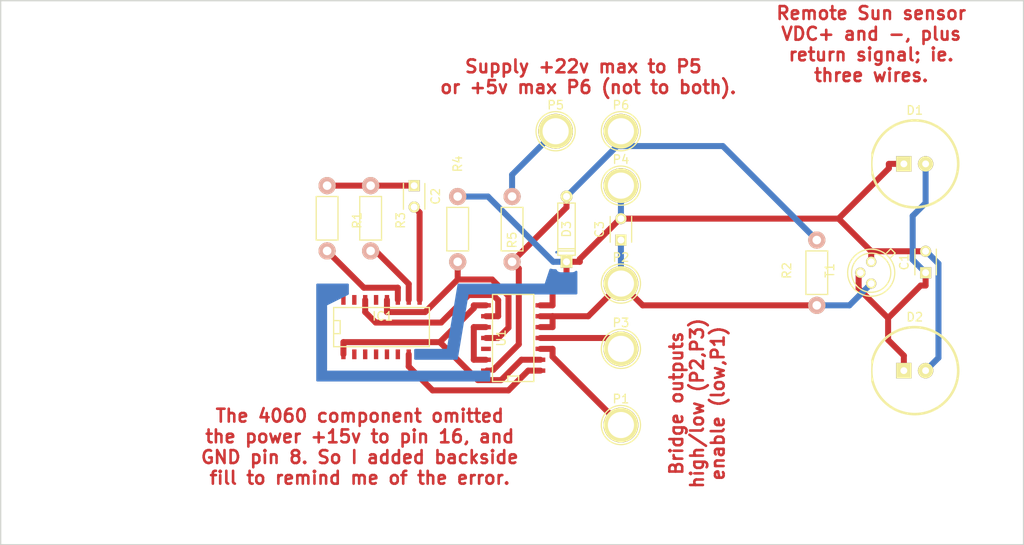
<source format=kicad_pcb>
(kicad_pcb (version 4) (host pcbnew 4.0.2-stable)

  (general
    (links 35)
    (no_connects 0)
    (area 132.004999 57.074999 251.535001 120.725001)
    (thickness 1.6)
    (drawings 14)
    (tracks 110)
    (zones 0)
    (modules 20)
    (nets 17)
  )

  (page A4)
  (layers
    (0 F.Cu signal)
    (31 B.Cu signal)
    (32 B.Adhes user)
    (33 F.Adhes user)
    (34 B.Paste user)
    (35 F.Paste user)
    (36 B.SilkS user)
    (37 F.SilkS user)
    (38 B.Mask user)
    (39 F.Mask user)
    (40 Dwgs.User user)
    (41 Cmts.User user)
    (42 Eco1.User user)
    (43 Eco2.User user)
    (44 Edge.Cuts user)
    (45 Margin user)
    (46 B.CrtYd user)
    (47 F.CrtYd user)
    (48 B.Fab user)
    (49 F.Fab user)
  )

  (setup
    (last_trace_width 0.7)
    (trace_clearance 0.5)
    (zone_clearance 0.508)
    (zone_45_only no)
    (trace_min 0.2)
    (segment_width 0.2)
    (edge_width 0.15)
    (via_size 0.6)
    (via_drill 0.4)
    (via_min_size 0.4)
    (via_min_drill 0.3)
    (uvia_size 0.3)
    (uvia_drill 0.1)
    (uvias_allowed no)
    (uvia_min_size 0.2)
    (uvia_min_drill 0.1)
    (pcb_text_width 0.3)
    (pcb_text_size 1.5 1.5)
    (mod_edge_width 0.15)
    (mod_text_size 1 1)
    (mod_text_width 0.15)
    (pad_size 9.4 10.8)
    (pad_drill 0)
    (pad_to_mask_clearance 0.2)
    (aux_axis_origin 0 0)
    (grid_origin 132.08 120.65)
    (visible_elements 7FFFFFFF)
    (pcbplotparams
      (layerselection 0x00030_80000001)
      (usegerberextensions false)
      (excludeedgelayer true)
      (linewidth 0.100000)
      (plotframeref false)
      (viasonmask false)
      (mode 1)
      (useauxorigin false)
      (hpglpennumber 1)
      (hpglpenspeed 20)
      (hpglpendiameter 15)
      (hpglpenoverlay 2)
      (psnegative false)
      (psa4output false)
      (plotreference true)
      (plotvalue true)
      (plotinvisibletext false)
      (padsonsilk false)
      (subtractmaskfromsilk false)
      (outputformat 1)
      (mirror false)
      (drillshape 1)
      (scaleselection 1)
      (outputdirectory ""))
  )

  (net 0 "")
  (net 1 "Net-(C1-Pad1)")
  (net 2 GND)
  (net 3 "Net-(C2-Pad1)")
  (net 4 "Net-(C2-Pad2)")
  (net 5 "Net-(IC1-Pad1)")
  (net 6 "Net-(IC1-Pad7)")
  (net 7 "Net-(IC1-Pad10)")
  (net 8 "Net-(IC1-Pad11)")
  (net 9 "Net-(IC1-Pad12)")
  (net 10 "Net-(IC1-Pad14)")
  (net 11 "Net-(U1-Pad10)")
  (net 12 VDD)
  (net 13 "Net-(P1-Pad1)")
  (net 14 "Net-(P3-Pad1)")
  (net 15 "Net-(P5-Pad1)")
  (net 16 "Net-(C3-Pad1)")

  (net_class Default "This is the default net class."
    (clearance 0.5)
    (trace_width 0.7)
    (via_dia 0.6)
    (via_drill 0.4)
    (uvia_dia 0.3)
    (uvia_drill 0.1)
    (add_net GND)
    (add_net "Net-(C1-Pad1)")
    (add_net "Net-(C2-Pad1)")
    (add_net "Net-(C2-Pad2)")
    (add_net "Net-(C3-Pad1)")
    (add_net "Net-(IC1-Pad1)")
    (add_net "Net-(IC1-Pad10)")
    (add_net "Net-(IC1-Pad11)")
    (add_net "Net-(IC1-Pad12)")
    (add_net "Net-(IC1-Pad14)")
    (add_net "Net-(IC1-Pad7)")
    (add_net "Net-(P1-Pad1)")
    (add_net "Net-(P3-Pad1)")
    (add_net "Net-(P5-Pad1)")
    (add_net "Net-(U1-Pad10)")
    (add_net VDD)
  )

  (module Connect:1pin (layer F.Cu) (tedit 0) (tstamp 57B4005A)
    (at 196.85 72.39)
    (descr "module 1 pin (ou trou mecanique de percage)")
    (tags DEV)
    (path /579E9F29)
    (fp_text reference P5 (at 0 -3.048) (layer F.SilkS)
      (effects (font (size 1 1) (thickness 0.15)))
    )
    (fp_text value CONN_01X01 (at 0 2.794) (layer F.Fab)
      (effects (font (size 1 1) (thickness 0.15)))
    )
    (fp_circle (center 0 0) (end 0 -2.286) (layer F.SilkS) (width 0.15))
    (pad 1 thru_hole circle (at 0 0) (size 4.064 4.064) (drill 3.048) (layers *.Cu *.Mask F.SilkS)
      (net 15 "Net-(P5-Pad1)"))
  )

  (module Capacitors_ThroughHole:C_Disc_D3_P2.5 (layer F.Cu) (tedit 579EC423) (tstamp 57A1601D)
    (at 180.34 78.74 270)
    (descr "Capacitor 3mm Disc, Pitch 2.5mm")
    (tags Capacitor)
    (path /579C582E)
    (fp_text reference C2 (at 1.25 -2.5 270) (layer F.SilkS)
      (effects (font (size 1 1) (thickness 0.15)))
    )
    (fp_text value .1uf (at -2.54 0 360) (layer F.Fab)
      (effects (font (size 1 1) (thickness 0.15)))
    )
    (fp_line (start -0.9 -1.5) (end 3.4 -1.5) (layer F.CrtYd) (width 0.05))
    (fp_line (start 3.4 -1.5) (end 3.4 1.5) (layer F.CrtYd) (width 0.05))
    (fp_line (start 3.4 1.5) (end -0.9 1.5) (layer F.CrtYd) (width 0.05))
    (fp_line (start -0.9 1.5) (end -0.9 -1.5) (layer F.CrtYd) (width 0.05))
    (fp_line (start -0.25 -1.25) (end 2.75 -1.25) (layer F.SilkS) (width 0.15))
    (fp_line (start 2.75 1.25) (end -0.25 1.25) (layer F.SilkS) (width 0.15))
    (pad 1 thru_hole rect (at 0 0 270) (size 1.3 1.3) (drill 0.8) (layers *.Cu *.Mask F.SilkS)
      (net 3 "Net-(C2-Pad1)"))
    (pad 2 thru_hole circle (at 2.5 0 270) (size 1.3 1.3) (drill 0.8001) (layers *.Cu *.Mask F.SilkS)
      (net 4 "Net-(C2-Pad2)"))
    (model Capacitors_ThroughHole.3dshapes/C_Disc_D3_P2.5.wrl
      (at (xyz 0.0492126 0 0))
      (scale (xyz 1 1 1))
      (rotate (xyz 0 0 0))
    )
  )

  (module LEDs:LED-10MM (layer F.Cu) (tedit 55BDE3C5) (tstamp 57A16023)
    (at 237.49 76.2)
    (descr "LED 10mm - Lead pitch 100mil (2,54mm)")
    (tags "LED led 10mm 10MM 100mil 2.54mm")
    (path /579C46AD)
    (fp_text reference D1 (at 1.27 -6.25) (layer F.SilkS)
      (effects (font (size 1 1) (thickness 0.15)))
    )
    (fp_text value LED (at 1.5 6.1) (layer F.Fab)
      (effects (font (size 1 1) (thickness 0.15)))
    )
    (fp_line (start -4 -1.25) (end -4 1.25) (layer F.CrtYd) (width 0.05))
    (fp_arc (start 1.25 0) (end -4 -1.25) (angle 332.9) (layer F.CrtYd) (width 0.05))
    (fp_line (start -3.73 -1.23) (end -3.73 1.23) (layer F.SilkS) (width 0.15))
    (fp_arc (start 1.27 0) (end -3.73 -1.23) (angle 332.2) (layer F.SilkS) (width 0.15))
    (fp_circle (center 1.27 0) (end 1.27 5) (layer F.SilkS) (width 0.15))
    (pad 2 thru_hole circle (at 2.54 0 180) (size 1.8 1.8) (drill 0.8) (layers *.Cu *.Mask F.SilkS)
      (net 1 "Net-(C1-Pad1)"))
    (pad 1 thru_hole rect (at 0 0 180) (size 1.8 1.8) (drill 0.8) (layers *.Cu *.Mask F.SilkS)
      (net 2 GND))
    (model LEDs.3dshapes/LED-10MM.wrl
      (at (xyz 0 0 0))
      (scale (xyz 1 1 1))
      (rotate (xyz 0 0 0))
    )
  )

  (module LEDs:LED-10MM (layer F.Cu) (tedit 55BDE3C5) (tstamp 57A16029)
    (at 237.49 100.33)
    (descr "LED 10mm - Lead pitch 100mil (2,54mm)")
    (tags "LED led 10mm 10MM 100mil 2.54mm")
    (path /579C46F9)
    (fp_text reference D2 (at 1.27 -6.25) (layer F.SilkS)
      (effects (font (size 1 1) (thickness 0.15)))
    )
    (fp_text value LED (at 1.5 6.1) (layer F.Fab)
      (effects (font (size 1 1) (thickness 0.15)))
    )
    (fp_line (start -4 -1.25) (end -4 1.25) (layer F.CrtYd) (width 0.05))
    (fp_arc (start 1.25 0) (end -4 -1.25) (angle 332.9) (layer F.CrtYd) (width 0.05))
    (fp_line (start -3.73 -1.23) (end -3.73 1.23) (layer F.SilkS) (width 0.15))
    (fp_arc (start 1.27 0) (end -3.73 -1.23) (angle 332.2) (layer F.SilkS) (width 0.15))
    (fp_circle (center 1.27 0) (end 1.27 5) (layer F.SilkS) (width 0.15))
    (pad 2 thru_hole circle (at 2.54 0 180) (size 1.8 1.8) (drill 0.8) (layers *.Cu *.Mask F.SilkS)
      (net 2 GND))
    (pad 1 thru_hole rect (at 0 0 180) (size 1.8 1.8) (drill 0.8) (layers *.Cu *.Mask F.SilkS)
      (net 1 "Net-(C1-Pad1)"))
    (model LEDs.3dshapes/LED-10MM.wrl
      (at (xyz 0 0 0))
      (scale (xyz 1 1 1))
      (rotate (xyz 0 0 0))
    )
  )

  (module Discret:D3 (layer F.Cu) (tedit 579EC43F) (tstamp 57A1602F)
    (at 198.12 83.82 270)
    (descr "Diode 3 pas")
    (tags "DIODE DEV")
    (path /579C4149)
    (fp_text reference D3 (at 0 0 270) (layer F.SilkS)
      (effects (font (size 1 1) (thickness 0.15)))
    )
    (fp_text value "ZENER 5v IN4625" (at -1.27 2.54 270) (layer F.Fab)
      (effects (font (size 1 1) (thickness 0.15)))
    )
    (fp_line (start 3.81 0) (end 3.048 0) (layer F.SilkS) (width 0.15))
    (fp_line (start 3.048 0) (end 3.048 -1.016) (layer F.SilkS) (width 0.15))
    (fp_line (start 3.048 -1.016) (end -3.048 -1.016) (layer F.SilkS) (width 0.15))
    (fp_line (start -3.048 -1.016) (end -3.048 0) (layer F.SilkS) (width 0.15))
    (fp_line (start -3.048 0) (end -3.81 0) (layer F.SilkS) (width 0.15))
    (fp_line (start -3.048 0) (end -3.048 1.016) (layer F.SilkS) (width 0.15))
    (fp_line (start -3.048 1.016) (end 3.048 1.016) (layer F.SilkS) (width 0.15))
    (fp_line (start 3.048 1.016) (end 3.048 0) (layer F.SilkS) (width 0.15))
    (fp_line (start 2.54 -1.016) (end 2.54 1.016) (layer F.SilkS) (width 0.15))
    (fp_line (start 2.286 1.016) (end 2.286 -1.016) (layer F.SilkS) (width 0.15))
    (pad 1 thru_hole rect (at 3.81 0 270) (size 1.397 1.397) (drill 0.8128) (layers *.Cu *.Mask F.SilkS)
      (net 2 GND))
    (pad 2 thru_hole circle (at -3.81 0 270) (size 1.397 1.397) (drill 0.8128) (layers *.Cu *.Mask F.SilkS)
      (net 12 VDD))
    (model Discret.3dshapes/D3.wrl
      (at (xyz 0 0 0))
      (scale (xyz 0.3 0.3 0.3))
      (rotate (xyz 0 0 0))
    )
  )

  (module Resistors_ThroughHole:Resistor_Horizontal_RM7mm (layer F.Cu) (tedit 579EC417) (tstamp 57A1624B)
    (at 170.18 78.74 270)
    (descr "Resistor, Axial,  RM 7.62mm, 1/3W,")
    (tags "Resistor Axial RM 7.62mm 1/3W R3")
    (path /579C560C)
    (fp_text reference R1 (at 4.05892 -3.50012 270) (layer F.SilkS)
      (effects (font (size 1 1) (thickness 0.15)))
    )
    (fp_text value 470K (at 3.81 0 270) (layer F.Fab)
      (effects (font (size 1 1) (thickness 0.15)))
    )
    (fp_line (start -1.25 -1.5) (end 8.85 -1.5) (layer F.CrtYd) (width 0.05))
    (fp_line (start -1.25 1.5) (end -1.25 -1.5) (layer F.CrtYd) (width 0.05))
    (fp_line (start 8.85 -1.5) (end 8.85 1.5) (layer F.CrtYd) (width 0.05))
    (fp_line (start -1.25 1.5) (end 8.85 1.5) (layer F.CrtYd) (width 0.05))
    (fp_line (start 1.27 -1.27) (end 6.35 -1.27) (layer F.SilkS) (width 0.15))
    (fp_line (start 6.35 -1.27) (end 6.35 1.27) (layer F.SilkS) (width 0.15))
    (fp_line (start 6.35 1.27) (end 1.27 1.27) (layer F.SilkS) (width 0.15))
    (fp_line (start 1.27 1.27) (end 1.27 -1.27) (layer F.SilkS) (width 0.15))
    (pad 1 thru_hole circle (at 0 0 270) (size 1.99898 1.99898) (drill 1.00076) (layers *.Cu *.SilkS *.Mask)
      (net 3 "Net-(C2-Pad1)"))
    (pad 2 thru_hole circle (at 7.62 0 270) (size 1.99898 1.99898) (drill 1.00076) (layers *.Cu *.SilkS *.Mask)
      (net 8 "Net-(IC1-Pad11)"))
  )

  (module Resistors_ThroughHole:Resistor_Horizontal_RM7mm (layer F.Cu) (tedit 579EC4B9) (tstamp 57A16250)
    (at 191.77 80.01 270)
    (descr "Resistor, Axial,  RM 7.62mm, 1/3W,")
    (tags "Resistor Axial RM 7.62mm 1/3W R3")
    (path /579C3B3A)
    (fp_text reference R5 (at 5.08 0 270) (layer F.SilkS)
      (effects (font (size 1 1) (thickness 0.15)))
    )
    (fp_text value "330 ohm 1/2 watt" (at -3.81 2.54 270) (layer F.Fab)
      (effects (font (size 1 1) (thickness 0.15)))
    )
    (fp_line (start -1.25 -1.5) (end 8.85 -1.5) (layer F.CrtYd) (width 0.05))
    (fp_line (start -1.25 1.5) (end -1.25 -1.5) (layer F.CrtYd) (width 0.05))
    (fp_line (start 8.85 -1.5) (end 8.85 1.5) (layer F.CrtYd) (width 0.05))
    (fp_line (start -1.25 1.5) (end 8.85 1.5) (layer F.CrtYd) (width 0.05))
    (fp_line (start 1.27 -1.27) (end 6.35 -1.27) (layer F.SilkS) (width 0.15))
    (fp_line (start 6.35 -1.27) (end 6.35 1.27) (layer F.SilkS) (width 0.15))
    (fp_line (start 6.35 1.27) (end 1.27 1.27) (layer F.SilkS) (width 0.15))
    (fp_line (start 1.27 1.27) (end 1.27 -1.27) (layer F.SilkS) (width 0.15))
    (pad 1 thru_hole circle (at 0 0 270) (size 1.99898 1.99898) (drill 1.00076) (layers *.Cu *.SilkS *.Mask)
      (net 15 "Net-(P5-Pad1)"))
    (pad 2 thru_hole circle (at 7.62 0 270) (size 1.99898 1.99898) (drill 1.00076) (layers *.Cu *.SilkS *.Mask)
      (net 12 VDD))
  )

  (module SMD_Packages:SOIC-14_N (layer F.Cu) (tedit 0) (tstamp 57A16600)
    (at 191.77 96.52 90)
    (descr "Module CMS SOJ 14 pins Large")
    (tags "CMS SOJ")
    (path /579E5DD6)
    (attr smd)
    (fp_text reference U1 (at 0 -1.27 90) (layer F.SilkS)
      (effects (font (size 1 1) (thickness 0.15)))
    )
    (fp_text value 4011 (at 0 1.27 90) (layer F.Fab)
      (effects (font (size 1 1) (thickness 0.15)))
    )
    (fp_line (start 5.08 -2.286) (end 5.08 2.54) (layer F.SilkS) (width 0.15))
    (fp_line (start 5.08 2.54) (end -5.08 2.54) (layer F.SilkS) (width 0.15))
    (fp_line (start -5.08 2.54) (end -5.08 -2.286) (layer F.SilkS) (width 0.15))
    (fp_line (start -5.08 -2.286) (end 5.08 -2.286) (layer F.SilkS) (width 0.15))
    (fp_line (start -5.08 -0.508) (end -4.445 -0.508) (layer F.SilkS) (width 0.15))
    (fp_line (start -4.445 -0.508) (end -4.445 0.762) (layer F.SilkS) (width 0.15))
    (fp_line (start -4.445 0.762) (end -5.08 0.762) (layer F.SilkS) (width 0.15))
    (pad 1 smd rect (at -3.81 3.302 90) (size 0.508 1.143) (layers F.Cu F.Paste F.Mask)
      (net 6 "Net-(IC1-Pad7)"))
    (pad 2 smd rect (at -2.54 3.302 90) (size 0.508 1.143) (layers F.Cu F.Paste F.Mask)
      (net 5 "Net-(IC1-Pad1)"))
    (pad 3 smd rect (at -1.27 3.302 90) (size 0.508 1.143) (layers F.Cu F.Paste F.Mask)
      (net 13 "Net-(P1-Pad1)"))
    (pad 4 smd rect (at 0 3.302 90) (size 0.508 1.143) (layers F.Cu F.Paste F.Mask)
      (net 14 "Net-(P3-Pad1)"))
    (pad 5 smd rect (at 1.27 3.302 90) (size 0.508 1.143) (layers F.Cu F.Paste F.Mask)
      (net 16 "Net-(C3-Pad1)"))
    (pad 6 smd rect (at 2.54 3.302 90) (size 0.508 1.143) (layers F.Cu F.Paste F.Mask)
      (net 16 "Net-(C3-Pad1)"))
    (pad 7 smd rect (at 3.81 3.302 90) (size 0.508 1.143) (layers F.Cu F.Paste F.Mask)
      (net 2 GND))
    (pad 8 smd rect (at 3.81 -3.048 90) (size 0.508 1.143) (layers F.Cu F.Paste F.Mask)
      (net 5 "Net-(IC1-Pad1)"))
    (pad 9 smd rect (at 2.54 -3.048 90) (size 0.508 1.143) (layers F.Cu F.Paste F.Mask)
      (net 10 "Net-(IC1-Pad14)"))
    (pad 11 smd rect (at 0 -3.048 90) (size 0.508 1.143) (layers F.Cu F.Paste F.Mask)
      (net 9 "Net-(IC1-Pad12)"))
    (pad 12 smd rect (at -1.27 -3.048 90) (size 0.508 1.143) (layers F.Cu F.Paste F.Mask))
    (pad 13 smd rect (at -2.54 -3.048 90) (size 0.508 1.143) (layers F.Cu F.Paste F.Mask)
      (net 11 "Net-(U1-Pad10)"))
    (pad 14 smd rect (at -3.81 -3.048 90) (size 0.508 1.143) (layers F.Cu F.Paste F.Mask)
      (net 12 VDD))
    (pad 10 smd rect (at 1.27 -3.048 90) (size 0.508 1.143) (layers F.Cu F.Paste F.Mask)
      (net 11 "Net-(U1-Pad10)"))
    (model SMD_Packages.3dshapes/SOIC-14_N.wrl
      (at (xyz 0 0 0))
      (scale (xyz 0.5 0.4 0.5))
      (rotate (xyz 0 0 0))
    )
  )

  (module Connect:1pin (layer F.Cu) (tedit 0) (tstamp 57A1671A)
    (at 204.47 106.68)
    (descr "module 1 pin (ou trou mecanique de percage)")
    (tags DEV)
    (path /579E8612)
    (fp_text reference P1 (at 0 -3.048) (layer F.SilkS)
      (effects (font (size 1 1) (thickness 0.15)))
    )
    (fp_text value CONN_01X01 (at 0 2.794) (layer F.Fab)
      (effects (font (size 1 1) (thickness 0.15)))
    )
    (fp_circle (center 0 0) (end 0 -2.286) (layer F.SilkS) (width 0.15))
    (pad 1 thru_hole circle (at 0 0) (size 4.064 4.064) (drill 3.048) (layers *.Cu *.Mask F.SilkS)
      (net 13 "Net-(P1-Pad1)"))
  )

  (module Connect:1pin (layer F.Cu) (tedit 0) (tstamp 57A1671F)
    (at 204.47 90.17)
    (descr "module 1 pin (ou trou mecanique de percage)")
    (tags DEV)
    (path /579E84D8)
    (fp_text reference P2 (at 0 -3.048) (layer F.SilkS)
      (effects (font (size 1 1) (thickness 0.15)))
    )
    (fp_text value CONN_01X01 (at 0 2.794) (layer F.Fab)
      (effects (font (size 1 1) (thickness 0.15)))
    )
    (fp_circle (center 0 0) (end 0 -2.286) (layer F.SilkS) (width 0.15))
    (pad 1 thru_hole circle (at 0 0) (size 4.064 4.064) (drill 3.048) (layers *.Cu *.Mask F.SilkS)
      (net 16 "Net-(C3-Pad1)"))
  )

  (module Connect:1pin (layer F.Cu) (tedit 0) (tstamp 57A16724)
    (at 204.47 97.79)
    (descr "module 1 pin (ou trou mecanique de percage)")
    (tags DEV)
    (path /579E8586)
    (fp_text reference P3 (at 0 -3.048) (layer F.SilkS)
      (effects (font (size 1 1) (thickness 0.15)))
    )
    (fp_text value CONN_01X01 (at 0 2.794) (layer F.Fab)
      (effects (font (size 1 1) (thickness 0.15)))
    )
    (fp_circle (center 0 0) (end 0 -2.286) (layer F.SilkS) (width 0.15))
    (pad 1 thru_hole circle (at 0 0) (size 4.064 4.064) (drill 3.048) (layers *.Cu *.Mask F.SilkS)
      (net 14 "Net-(P3-Pad1)"))
  )

  (module TO_SOT_Packages_THT:TO-18_3Pin (layer F.Cu) (tedit 57A122C1) (tstamp 57ADDE38)
    (at 233.68 88.9 90)
    (descr "TO-18, 3Pin,")
    (tags "TO-18, 3Pin,")
    (path /579E905F)
    (fp_text reference T1 (at 0.254 -4.826 90) (layer F.SilkS)
      (effects (font (size 1 1) (thickness 0.15)))
    )
    (fp_text value "NPN, MPSA18 (cbe), BC337 (cbe), 2N4401 (ebc)" (at 0 -2.54 90) (layer F.Fab)
      (effects (font (size 1 1) (thickness 0.15)))
    )
    (fp_line (start 2.794 2.286) (end 2.286 1.778) (layer F.SilkS) (width 0.15))
    (fp_line (start 1.778 2.286) (end 2.286 2.794) (layer F.SilkS) (width 0.15))
    (fp_line (start 2.286 2.794) (end 2.794 2.286) (layer F.SilkS) (width 0.15))
    (fp_circle (center 0 0) (end 2.286 0) (layer F.SilkS) (width 0.15))
    (fp_circle (center 0 0) (end 2.75 0) (layer F.SilkS) (width 0.15))
    (pad 1 thru_hole circle (at 1.27 0 90) (size 1.2 1.2) (drill 0.8) (layers *.Cu *.Mask F.SilkS)
      (net 2 GND))
    (pad 2 thru_hole circle (at 0 -1.27 90) (size 1.2 1.2) (drill 0.8) (layers *.Cu *.Mask F.SilkS)
      (net 1 "Net-(C1-Pad1)"))
    (pad 3 thru_hole circle (at -1.27 0 90) (size 1.2 1.2) (drill 0.8) (layers *.Cu *.Mask F.SilkS)
      (net 16 "Net-(C3-Pad1)"))
    (model TO_SOT_Packages_THT.3dshapes/TO-18_3Pin.wrl
      (at (xyz 0 0 0))
      (scale (xyz 0.3937 0.3937 0.3937))
      (rotate (xyz 0 0 0))
    )
  )

  (module Capacitors_ThroughHole:C_Disc_D3_P2.5 (layer F.Cu) (tedit 0) (tstamp 57B0EF50)
    (at 240.03 88.9 90)
    (descr "Capacitor 3mm Disc, Pitch 2.5mm")
    (tags Capacitor)
    (path /579C4A9B)
    (fp_text reference C1 (at 1.25 -2.5 90) (layer F.SilkS)
      (effects (font (size 1 1) (thickness 0.15)))
    )
    (fp_text value "C .02uf" (at 1.25 2.5 90) (layer F.Fab)
      (effects (font (size 1 1) (thickness 0.15)))
    )
    (fp_line (start -0.9 -1.5) (end 3.4 -1.5) (layer F.CrtYd) (width 0.05))
    (fp_line (start 3.4 -1.5) (end 3.4 1.5) (layer F.CrtYd) (width 0.05))
    (fp_line (start 3.4 1.5) (end -0.9 1.5) (layer F.CrtYd) (width 0.05))
    (fp_line (start -0.9 1.5) (end -0.9 -1.5) (layer F.CrtYd) (width 0.05))
    (fp_line (start -0.25 -1.25) (end 2.75 -1.25) (layer F.SilkS) (width 0.15))
    (fp_line (start 2.75 1.25) (end -0.25 1.25) (layer F.SilkS) (width 0.15))
    (pad 1 thru_hole rect (at 0 0 90) (size 1.3 1.3) (drill 0.8) (layers *.Cu *.Mask F.SilkS)
      (net 1 "Net-(C1-Pad1)"))
    (pad 2 thru_hole circle (at 2.5 0 90) (size 1.3 1.3) (drill 0.8001) (layers *.Cu *.Mask F.SilkS)
      (net 2 GND))
    (model Capacitors_ThroughHole.3dshapes/C_Disc_D3_P2.5.wrl
      (at (xyz 0.0492126 0 0))
      (scale (xyz 1 1 1))
      (rotate (xyz 0 0 0))
    )
  )

  (module Connect:1pin (layer F.Cu) (tedit 579EC888) (tstamp 57B40054)
    (at 204.47 78.74)
    (descr "module 1 pin (ou trou mecanique de percage)")
    (tags DEV)
    (path /579E9EC9)
    (fp_text reference P4 (at 0 -3.048) (layer F.SilkS)
      (effects (font (size 1 1) (thickness 0.15)))
    )
    (fp_text value CONN_01X01 (at 7.62 0) (layer F.Fab)
      (effects (font (size 1 1) (thickness 0.15)))
    )
    (fp_circle (center 0 0) (end 0 -2.286) (layer F.SilkS) (width 0.15))
    (pad 1 thru_hole circle (at 0 0) (size 4.064 4.064) (drill 3.048) (layers *.Cu *.Mask F.SilkS)
      (net 2 GND))
  )

  (module SMD_Packages:SO-16-N (layer F.Cu) (tedit 579EC4EB) (tstamp 57B713EA)
    (at 176.53 95.25)
    (descr "Module CMS SOJ 16 pins large")
    (tags "CMS SOJ")
    (path /579C2B23)
    (attr smd)
    (fp_text reference IC1 (at 0.127 -1.27) (layer F.SilkS)
      (effects (font (size 1 1) (thickness 0.15)))
    )
    (fp_text value 4060D (at -8.89 0) (layer F.Fab)
      (effects (font (size 1 1) (thickness 0.15)))
    )
    (fp_line (start -5.588 -0.762) (end -4.826 -0.762) (layer F.SilkS) (width 0.15))
    (fp_line (start -4.826 -0.762) (end -4.826 0.762) (layer F.SilkS) (width 0.15))
    (fp_line (start -4.826 0.762) (end -5.588 0.762) (layer F.SilkS) (width 0.15))
    (fp_line (start 5.588 -2.286) (end 5.588 2.286) (layer F.SilkS) (width 0.15))
    (fp_line (start 5.588 2.286) (end -5.588 2.286) (layer F.SilkS) (width 0.15))
    (fp_line (start -5.588 2.286) (end -5.588 -2.286) (layer F.SilkS) (width 0.15))
    (fp_line (start -5.588 -2.286) (end 5.588 -2.286) (layer F.SilkS) (width 0.15))
    (pad 16 smd rect (at -4.445 -3.175) (size 0.508 1.143) (layers F.Cu F.Paste F.Mask))
    (pad 14 smd rect (at -1.905 -3.175) (size 0.508 1.143) (layers F.Cu F.Paste F.Mask)
      (net 10 "Net-(IC1-Pad14)"))
    (pad 13 smd rect (at -0.635 -3.175) (size 0.508 1.143) (layers F.Cu F.Paste F.Mask))
    (pad 12 smd rect (at 0.635 -3.175) (size 0.508 1.143) (layers F.Cu F.Paste F.Mask)
      (net 9 "Net-(IC1-Pad12)"))
    (pad 11 smd rect (at 1.905 -3.175) (size 0.508 1.143) (layers F.Cu F.Paste F.Mask)
      (net 8 "Net-(IC1-Pad11)"))
    (pad 10 smd rect (at 3.175 -3.175) (size 0.508 1.143) (layers F.Cu F.Paste F.Mask)
      (net 7 "Net-(IC1-Pad10)"))
    (pad 9 smd rect (at 4.445 -3.175) (size 0.508 1.143) (layers F.Cu F.Paste F.Mask)
      (net 4 "Net-(C2-Pad2)"))
    (pad 8 smd rect (at 4.445 3.175) (size 0.508 1.143) (layers F.Cu F.Paste F.Mask))
    (pad 7 smd rect (at 3.175 3.175) (size 0.508 1.143) (layers F.Cu F.Paste F.Mask)
      (net 6 "Net-(IC1-Pad7)"))
    (pad 6 smd rect (at 1.905 3.175) (size 0.508 1.143) (layers F.Cu F.Paste F.Mask))
    (pad 5 smd rect (at 0.635 3.175) (size 0.508 1.143) (layers F.Cu F.Paste F.Mask))
    (pad 4 smd rect (at -0.635 3.175) (size 0.508 1.143) (layers F.Cu F.Paste F.Mask))
    (pad 3 smd rect (at -1.905 3.175) (size 0.508 1.143) (layers F.Cu F.Paste F.Mask))
    (pad 2 smd rect (at -3.175 3.175) (size 0.508 1.143) (layers F.Cu F.Paste F.Mask))
    (pad 1 smd rect (at -4.445 3.175) (size 0.508 1.143) (layers F.Cu F.Paste F.Mask)
      (net 5 "Net-(IC1-Pad1)"))
    (pad 15 smd rect (at -3.175 -3.175) (size 0.508 1.143) (layers F.Cu F.Paste F.Mask))
    (model SMD_Packages.3dshapes/SO-16-N.wrl
      (at (xyz 0 0 0))
      (scale (xyz 0.5 0.4 0.5))
      (rotate (xyz 0 0 0))
    )
  )

  (module Connect:1pin placed (layer F.Cu) (tedit 579EC893) (tstamp 57BA2527)
    (at 204.47 72.39)
    (descr "module 1 pin (ou trou mecanique de percage)")
    (tags DEV)
    (path /579EB0F1)
    (fp_text reference P6 (at 0 -3.048) (layer F.SilkS)
      (effects (font (size 1 1) (thickness 0.15)))
    )
    (fp_text value CONN_01X01 (at 7.62 0) (layer F.Fab)
      (effects (font (size 1 1) (thickness 0.15)))
    )
    (fp_circle (center 0 0) (end 0 -2.286) (layer F.SilkS) (width 0.15))
    (pad 1 thru_hole circle (at 0 0) (size 4.064 4.064) (drill 3.048) (layers *.Cu *.Mask F.SilkS)
      (net 12 VDD))
  )

  (module Resistors_ThroughHole:Resistor_Horizontal_RM7mm (layer F.Cu) (tedit 579EC0B1) (tstamp 579EB69D)
    (at 227.33 92.71 90)
    (descr "Resistor, Axial,  RM 7.62mm, 1/3W,")
    (tags "Resistor Axial RM 7.62mm 1/3W R3")
    (path /579C3A5C)
    (fp_text reference R2 (at 4.05892 -3.50012 90) (layer F.SilkS)
      (effects (font (size 1 1) (thickness 0.15)))
    )
    (fp_text value 330K (at 3.81 0 90) (layer F.Fab)
      (effects (font (size 1 1) (thickness 0.15)))
    )
    (fp_line (start -1.25 -1.5) (end 8.85 -1.5) (layer F.CrtYd) (width 0.05))
    (fp_line (start -1.25 1.5) (end -1.25 -1.5) (layer F.CrtYd) (width 0.05))
    (fp_line (start 8.85 -1.5) (end 8.85 1.5) (layer F.CrtYd) (width 0.05))
    (fp_line (start -1.25 1.5) (end 8.85 1.5) (layer F.CrtYd) (width 0.05))
    (fp_line (start 1.27 -1.27) (end 6.35 -1.27) (layer F.SilkS) (width 0.15))
    (fp_line (start 6.35 -1.27) (end 6.35 1.27) (layer F.SilkS) (width 0.15))
    (fp_line (start 6.35 1.27) (end 1.27 1.27) (layer F.SilkS) (width 0.15))
    (fp_line (start 1.27 1.27) (end 1.27 -1.27) (layer F.SilkS) (width 0.15))
    (pad 1 thru_hole circle (at 0 0 90) (size 1.99898 1.99898) (drill 1.00076) (layers *.Cu *.SilkS *.Mask)
      (net 16 "Net-(C3-Pad1)"))
    (pad 2 thru_hole circle (at 7.62 0 90) (size 1.99898 1.99898) (drill 1.00076) (layers *.Cu *.SilkS *.Mask)
      (net 12 VDD))
  )

  (module Resistors_ThroughHole:Resistor_Horizontal_RM7mm (layer F.Cu) (tedit 579EC410) (tstamp 579EB6A2)
    (at 175.26 78.74 270)
    (descr "Resistor, Axial,  RM 7.62mm, 1/3W,")
    (tags "Resistor Axial RM 7.62mm 1/3W R3")
    (path /579C5470)
    (fp_text reference R3 (at 4.05892 -3.50012 270) (layer F.SilkS)
      (effects (font (size 1 1) (thickness 0.15)))
    )
    (fp_text value 100K (at 3.81 0 270) (layer F.Fab)
      (effects (font (size 1 1) (thickness 0.15)))
    )
    (fp_line (start -1.25 -1.5) (end 8.85 -1.5) (layer F.CrtYd) (width 0.05))
    (fp_line (start -1.25 1.5) (end -1.25 -1.5) (layer F.CrtYd) (width 0.05))
    (fp_line (start 8.85 -1.5) (end 8.85 1.5) (layer F.CrtYd) (width 0.05))
    (fp_line (start -1.25 1.5) (end 8.85 1.5) (layer F.CrtYd) (width 0.05))
    (fp_line (start 1.27 -1.27) (end 6.35 -1.27) (layer F.SilkS) (width 0.15))
    (fp_line (start 6.35 -1.27) (end 6.35 1.27) (layer F.SilkS) (width 0.15))
    (fp_line (start 6.35 1.27) (end 1.27 1.27) (layer F.SilkS) (width 0.15))
    (fp_line (start 1.27 1.27) (end 1.27 -1.27) (layer F.SilkS) (width 0.15))
    (pad 1 thru_hole circle (at 0 0 270) (size 1.99898 1.99898) (drill 1.00076) (layers *.Cu *.SilkS *.Mask)
      (net 3 "Net-(C2-Pad1)"))
    (pad 2 thru_hole circle (at 7.62 0 270) (size 1.99898 1.99898) (drill 1.00076) (layers *.Cu *.SilkS *.Mask)
      (net 7 "Net-(IC1-Pad10)"))
  )

  (module Resistors_ThroughHole:Resistor_Horizontal_RM7mm (layer F.Cu) (tedit 579EC4A6) (tstamp 579EB6A7)
    (at 185.42 80.01 270)
    (descr "Resistor, Axial,  RM 7.62mm, 1/3W,")
    (tags "Resistor Axial RM 7.62mm 1/3W R3")
    (path /579C5664)
    (fp_text reference R4 (at -3.81 0 270) (layer F.SilkS)
      (effects (font (size 1 1) (thickness 0.15)))
    )
    (fp_text value 47K (at 3.81 0 270) (layer F.Fab)
      (effects (font (size 1 1) (thickness 0.15)))
    )
    (fp_line (start -1.25 -1.5) (end 8.85 -1.5) (layer F.CrtYd) (width 0.05))
    (fp_line (start -1.25 1.5) (end -1.25 -1.5) (layer F.CrtYd) (width 0.05))
    (fp_line (start 8.85 -1.5) (end 8.85 1.5) (layer F.CrtYd) (width 0.05))
    (fp_line (start -1.25 1.5) (end 8.85 1.5) (layer F.CrtYd) (width 0.05))
    (fp_line (start 1.27 -1.27) (end 6.35 -1.27) (layer F.SilkS) (width 0.15))
    (fp_line (start 6.35 -1.27) (end 6.35 1.27) (layer F.SilkS) (width 0.15))
    (fp_line (start 6.35 1.27) (end 1.27 1.27) (layer F.SilkS) (width 0.15))
    (fp_line (start 1.27 1.27) (end 1.27 -1.27) (layer F.SilkS) (width 0.15))
    (pad 1 thru_hole circle (at 0 0 270) (size 1.99898 1.99898) (drill 1.00076) (layers *.Cu *.SilkS *.Mask)
      (net 2 GND))
    (pad 2 thru_hole circle (at 7.62 0 270) (size 1.99898 1.99898) (drill 1.00076) (layers *.Cu *.SilkS *.Mask)
      (net 9 "Net-(IC1-Pad12)"))
  )

  (module Capacitors_ThroughHole:C_Disc_D3_P2.5 (layer F.Cu) (tedit 0) (tstamp 579EC715)
    (at 204.47 85.09 90)
    (descr "Capacitor 3mm Disc, Pitch 2.5mm")
    (tags Capacitor)
    (path /579EC6CF)
    (fp_text reference C3 (at 1.25 -2.5 90) (layer F.SilkS)
      (effects (font (size 1 1) (thickness 0.15)))
    )
    (fp_text value "C .02uf" (at 1.25 2.5 90) (layer F.Fab)
      (effects (font (size 1 1) (thickness 0.15)))
    )
    (fp_line (start -0.9 -1.5) (end 3.4 -1.5) (layer F.CrtYd) (width 0.05))
    (fp_line (start 3.4 -1.5) (end 3.4 1.5) (layer F.CrtYd) (width 0.05))
    (fp_line (start 3.4 1.5) (end -0.9 1.5) (layer F.CrtYd) (width 0.05))
    (fp_line (start -0.9 1.5) (end -0.9 -1.5) (layer F.CrtYd) (width 0.05))
    (fp_line (start -0.25 -1.25) (end 2.75 -1.25) (layer F.SilkS) (width 0.15))
    (fp_line (start 2.75 1.25) (end -0.25 1.25) (layer F.SilkS) (width 0.15))
    (pad 1 thru_hole rect (at 0 0 90) (size 1.3 1.3) (drill 0.8) (layers *.Cu *.Mask F.SilkS)
      (net 16 "Net-(C3-Pad1)"))
    (pad 2 thru_hole circle (at 2.5 0 90) (size 1.3 1.3) (drill 0.8001) (layers *.Cu *.Mask F.SilkS)
      (net 2 GND))
    (model Capacitors_ThroughHole.3dshapes/C_Disc_D3_P2.5.wrl
      (at (xyz 0.0492126 0 0))
      (scale (xyz 1 1 1))
      (rotate (xyz 0 0 0))
    )
  )

  (gr_text "Supply +22v max to P5 \nor +5v max P6 (not to both)." (at 200.66 66.04) (layer F.Cu)
    (effects (font (size 1.5 1.5) (thickness 0.3)))
  )
  (gr_text "Bridge outputs\nhigh/low (P2,P3)\nenable (low,P1)" (at 213.36 104.14 90) (layer F.Cu)
    (effects (font (size 1.5 1.5) (thickness 0.3)))
  )
  (gr_text "Remote Sun sensor\nVDC+ and -, plus\nreturn signal; ie.\nthree wires." (at 233.68 62.23) (layer F.Cu)
    (effects (font (size 1.5 1.5) (thickness 0.3)))
  )
  (gr_line (start 246.38 67.31) (end 232.41 67.31) (angle 90) (layer Dwgs.User) (width 0.2))
  (gr_line (start 246.38 111.76) (end 246.38 67.31) (angle 90) (layer Dwgs.User) (width 0.2))
  (gr_line (start 231.14 111.76) (end 246.38 111.76) (angle 90) (layer Dwgs.User) (width 0.2))
  (gr_line (start 223.52 104.14) (end 231.14 111.76) (angle 90) (layer Dwgs.User) (width 0.2))
  (gr_line (start 223.52 76.2) (end 223.52 104.14) (angle 90) (layer Dwgs.User) (width 0.2))
  (gr_line (start 232.41 67.31) (end 223.52 76.2) (angle 90) (layer Dwgs.User) (width 0.2))
  (gr_text "The 4060 component omitted\nthe power +15v to pin 16, and\nGND pin 8. So I added backside\nfill to remind me of the error." (at 173.99 109.22) (layer F.Cu)
    (effects (font (size 1.5 1.5) (thickness 0.3)))
  )
  (gr_line (start 132.08 120.65) (end 251.46 120.65) (angle 90) (layer Edge.Cuts) (width 0.15))
  (gr_line (start 251.46 57.15) (end 251.46 120.65) (angle 90) (layer Edge.Cuts) (width 0.15))
  (gr_line (start 132.08 57.15) (end 251.46 57.15) (angle 90) (layer Edge.Cuts) (width 0.15))
  (gr_line (start 132.08 120.65) (end 132.08 57.15) (angle 90) (layer Edge.Cuts) (width 0.15))

  (segment (start 237.49 100.33) (end 237.49 98.5797) (width 0.7) (layer F.Cu) (net 1))
  (segment (start 240.03 88.9) (end 240.03 90.4003) (width 0.7) (layer F.Cu) (net 1))
  (segment (start 232.2135 89.0965) (end 232.41 88.9) (width 0.7) (layer F.Cu) (net 1))
  (segment (start 232.2135 90.7603) (end 232.2135 89.0965) (width 0.7) (layer F.Cu) (net 1))
  (segment (start 235.6525 94.1993) (end 232.2135 90.7603) (width 0.7) (layer F.Cu) (net 1))
  (segment (start 235.6525 96.7422) (end 235.6525 94.1993) (width 0.7) (layer F.Cu) (net 1))
  (segment (start 237.49 98.5797) (end 235.6525 96.7422) (width 0.7) (layer F.Cu) (net 1))
  (segment (start 239.4515 90.4003) (end 240.03 90.4003) (width 0.7) (layer F.Cu) (net 1))
  (segment (start 235.6525 94.1993) (end 239.4515 90.4003) (width 0.7) (layer F.Cu) (net 1))
  (segment (start 240.03 80.7626) (end 240.03 76.2) (width 0.7) (layer B.Cu) (net 1))
  (segment (start 238.5207 82.2719) (end 240.03 80.7626) (width 0.7) (layer B.Cu) (net 1))
  (segment (start 238.5207 87.3907) (end 238.5207 82.2719) (width 0.7) (layer B.Cu) (net 1))
  (segment (start 240.03 88.9) (end 238.5207 87.3907) (width 0.7) (layer B.Cu) (net 1))
  (segment (start 196.4938 90.805) (end 198.12 89.1788) (width 0.7) (layer F.Cu) (net 2))
  (segment (start 196.4938 92.71) (end 196.4938 90.805) (width 0.7) (layer F.Cu) (net 2))
  (segment (start 195.072 92.71) (end 196.4938 92.71) (width 0.7) (layer F.Cu) (net 2))
  (segment (start 198.12 87.63) (end 198.12 89.1788) (width 0.7) (layer F.Cu) (net 2))
  (segment (start 204.47 82.59) (end 204.47 78.74) (width 0.7) (layer B.Cu) (net 2))
  (segment (start 240.0927 86.4) (end 240.03 86.4) (width 0.7) (layer B.Cu) (net 2))
  (segment (start 241.5304 87.8377) (end 240.0927 86.4) (width 0.7) (layer B.Cu) (net 2))
  (segment (start 241.5304 98.8296) (end 241.5304 87.8377) (width 0.7) (layer B.Cu) (net 2))
  (segment (start 240.03 100.33) (end 241.5304 98.8296) (width 0.7) (layer B.Cu) (net 2))
  (segment (start 199.6688 87.3093) (end 199.6688 87.63) (width 0.7) (layer F.Cu) (net 2))
  (segment (start 204.3881 82.59) (end 199.6688 87.3093) (width 0.7) (layer F.Cu) (net 2))
  (segment (start 204.47 82.59) (end 204.3881 82.59) (width 0.7) (layer F.Cu) (net 2))
  (segment (start 198.12 87.63) (end 199.6688 87.63) (width 0.7) (layer F.Cu) (net 2))
  (segment (start 188.9512 80.01) (end 185.42 80.01) (width 0.7) (layer B.Cu) (net 2))
  (segment (start 196.5712 87.63) (end 188.9512 80.01) (width 0.7) (layer B.Cu) (net 2))
  (segment (start 198.12 87.63) (end 196.5712 87.63) (width 0.7) (layer B.Cu) (net 2))
  (segment (start 233.68 86.4) (end 240.03 86.4) (width 0.7) (layer F.Cu) (net 2))
  (segment (start 233.68 87.63) (end 233.68 86.4) (width 0.7) (layer F.Cu) (net 2))
  (segment (start 237.49 76.2) (end 235.7397 76.2) (width 0.7) (layer F.Cu) (net 2))
  (segment (start 235.7397 76.7203) (end 235.7397 76.2) (width 0.7) (layer F.Cu) (net 2))
  (segment (start 229.87 82.59) (end 235.7397 76.7203) (width 0.7) (layer F.Cu) (net 2))
  (segment (start 233.68 86.4) (end 229.87 82.59) (width 0.7) (layer F.Cu) (net 2))
  (segment (start 229.87 82.59) (end 204.47 82.59) (width 0.7) (layer F.Cu) (net 2))
  (segment (start 170.18 78.74) (end 175.26 78.74) (width 0.7) (layer F.Cu) (net 3))
  (segment (start 175.26 78.74) (end 180.34 78.74) (width 0.7) (layer F.Cu) (net 3))
  (segment (start 180.975 81.875) (end 180.34 81.24) (width 0.7) (layer F.Cu) (net 4))
  (segment (start 180.975 92.075) (end 180.975 81.875) (width 0.7) (layer F.Cu) (net 4))
  (segment (start 192.8624 99.06) (end 195.072 99.06) (width 0.7) (layer F.Cu) (net 5))
  (segment (start 183.3395 97.0032) (end 187.7706 101.4343) (width 0.7) (layer F.Cu) (net 5))
  (segment (start 187.7706 101.4343) (end 190.4881 101.4343) (width 0.7) (layer F.Cu) (net 5))
  (segment (start 190.4881 101.4343) (end 192.8624 99.06) (width 0.7) (layer F.Cu) (net 5))
  (segment (start 172.085 98.425) (end 172.085 97.0032) (width 0.7) (layer F.Cu) (net 5))
  (segment (start 188.722 92.71) (end 187.3002 92.71) (width 0.7) (layer F.Cu) (net 5))
  (segment (start 187.3002 93.0425) (end 187.3002 92.71) (width 0.7) (layer F.Cu) (net 5))
  (segment (start 183.3395 97.0032) (end 187.3002 93.0425) (width 0.7) (layer F.Cu) (net 5))
  (segment (start 172.085 97.0032) (end 183.3395 97.0032) (width 0.7) (layer F.Cu) (net 5))
  (segment (start 179.705 98.425) (end 179.705 99.8468) (width 0.7) (layer F.Cu) (net 6))
  (segment (start 195.072 100.33) (end 193.6502 100.33) (width 0.7) (layer F.Cu) (net 6))
  (segment (start 191.3456 102.6346) (end 193.6502 100.33) (width 0.7) (layer F.Cu) (net 6))
  (segment (start 182.4928 102.6346) (end 191.3456 102.6346) (width 0.7) (layer F.Cu) (net 6))
  (segment (start 179.705 99.8468) (end 182.4928 102.6346) (width 0.7) (layer F.Cu) (net 6))
  (segment (start 175.8517 86.36) (end 175.26 86.36) (width 0.7) (layer F.Cu) (net 7))
  (segment (start 179.705 90.2133) (end 175.8517 86.36) (width 0.7) (layer F.Cu) (net 7))
  (segment (start 179.705 92.075) (end 179.705 90.2133) (width 0.7) (layer F.Cu) (net 7))
  (segment (start 174.4732 90.6532) (end 178.435 90.6532) (width 0.7) (layer F.Cu) (net 8))
  (segment (start 170.18 86.36) (end 174.4732 90.6532) (width 0.7) (layer F.Cu) (net 8))
  (segment (start 178.435 92.075) (end 178.435 90.6532) (width 0.7) (layer F.Cu) (net 8))
  (segment (start 177.165 92.075) (end 177.165 93.4968) (width 0.7) (layer F.Cu) (net 9))
  (segment (start 188.722 96.52) (end 190.1438 96.52) (width 0.7) (layer F.Cu) (net 9))
  (segment (start 189.4374 89.6947) (end 185.42 89.6947) (width 0.7) (layer F.Cu) (net 9))
  (segment (start 191.3503 91.6076) (end 189.4374 89.6947) (width 0.7) (layer F.Cu) (net 9))
  (segment (start 191.3503 95.3135) (end 191.3503 91.6076) (width 0.7) (layer F.Cu) (net 9))
  (segment (start 190.1438 96.52) (end 191.3503 95.3135) (width 0.7) (layer F.Cu) (net 9))
  (segment (start 181.6179 93.4968) (end 185.42 89.6947) (width 0.7) (layer F.Cu) (net 9))
  (segment (start 177.165 93.4968) (end 181.6179 93.4968) (width 0.7) (layer F.Cu) (net 9))
  (segment (start 185.42 89.6947) (end 185.42 87.63) (width 0.7) (layer F.Cu) (net 9))
  (segment (start 190.1438 92.1038) (end 190.1438 93.98) (width 0.7) (layer F.Cu) (net 10))
  (segment (start 189.5491 91.5091) (end 190.1438 92.1038) (width 0.7) (layer F.Cu) (net 10))
  (segment (start 186.7006 91.5091) (end 189.5491 91.5091) (width 0.7) (layer F.Cu) (net 10))
  (segment (start 183.4908 94.7189) (end 186.7006 91.5091) (width 0.7) (layer F.Cu) (net 10))
  (segment (start 175.8471 94.7189) (end 183.4908 94.7189) (width 0.7) (layer F.Cu) (net 10))
  (segment (start 174.625 93.4968) (end 175.8471 94.7189) (width 0.7) (layer F.Cu) (net 10))
  (segment (start 174.625 92.075) (end 174.625 93.4968) (width 0.7) (layer F.Cu) (net 10))
  (segment (start 188.722 93.98) (end 190.1438 93.98) (width 0.7) (layer F.Cu) (net 10))
  (segment (start 187.3002 95.25) (end 187.3002 99.06) (width 0.7) (layer F.Cu) (net 11))
  (segment (start 188.722 95.25) (end 187.3002 95.25) (width 0.7) (layer F.Cu) (net 11))
  (segment (start 188.722 99.06) (end 187.3002 99.06) (width 0.7) (layer F.Cu) (net 11))
  (segment (start 198.12 81.28) (end 198.12 80.01) (width 0.7) (layer F.Cu) (net 12))
  (segment (start 191.77 87.63) (end 198.12 81.28) (width 0.7) (layer F.Cu) (net 12))
  (segment (start 204.47 74.1231) (end 204.47 72.39) (width 0.7) (layer B.Cu) (net 12))
  (segment (start 204.0069 74.1231) (end 204.47 74.1231) (width 0.7) (layer B.Cu) (net 12))
  (segment (start 198.12 80.01) (end 204.0069 74.1231) (width 0.7) (layer B.Cu) (net 12))
  (segment (start 216.3631 74.1231) (end 227.33 85.09) (width 0.7) (layer B.Cu) (net 12))
  (segment (start 204.47 74.1231) (end 216.3631 74.1231) (width 0.7) (layer B.Cu) (net 12))
  (segment (start 188.8181 100.2339) (end 188.722 100.33) (width 0.5078) (layer F.Cu) (net 12))
  (segment (start 189.5436 100.2339) (end 188.8181 100.2339) (width 0.5078) (layer F.Cu) (net 12))
  (segment (start 192.5507 88.4107) (end 191.77 87.63) (width 0.7) (layer F.Cu) (net 12))
  (segment (start 192.5507 97.2593) (end 192.5507 88.4107) (width 0.7) (layer F.Cu) (net 12))
  (segment (start 189.5761 100.2339) (end 192.5507 97.2593) (width 0.7) (layer F.Cu) (net 12))
  (segment (start 189.5436 100.2339) (end 189.5761 100.2339) (width 0.7) (layer F.Cu) (net 12))
  (segment (start 196.4938 98.7038) (end 204.47 106.68) (width 0.7) (layer F.Cu) (net 13))
  (segment (start 196.4938 97.79) (end 196.4938 98.7038) (width 0.7) (layer F.Cu) (net 13))
  (segment (start 195.072 97.79) (end 196.4938 97.79) (width 0.7) (layer F.Cu) (net 13))
  (segment (start 203.2 96.52) (end 204.47 97.79) (width 0.7) (layer F.Cu) (net 14))
  (segment (start 195.072 96.52) (end 203.2 96.52) (width 0.7) (layer F.Cu) (net 14))
  (segment (start 191.77 77.47) (end 196.85 72.39) (width 0.7) (layer B.Cu) (net 15))
  (segment (start 191.77 80.01) (end 191.77 77.47) (width 0.7) (layer B.Cu) (net 15))
  (segment (start 204.47 85.09) (end 204.47 90.17) (width 0.7) (layer B.Cu) (net 16))
  (segment (start 195.072 93.98) (end 196.4938 93.98) (width 0.7) (layer F.Cu) (net 16))
  (segment (start 196.4938 93.98) (end 196.4938 95.25) (width 0.7) (layer F.Cu) (net 16))
  (segment (start 200.66 93.98) (end 196.4938 93.98) (width 0.7) (layer F.Cu) (net 16))
  (segment (start 204.47 90.17) (end 200.66 93.98) (width 0.7) (layer F.Cu) (net 16))
  (segment (start 195.072 95.25) (end 196.4938 95.25) (width 0.7) (layer F.Cu) (net 16))
  (segment (start 231.14 92.71) (end 227.33 92.71) (width 0.7) (layer B.Cu) (net 16))
  (segment (start 233.68 90.17) (end 231.14 92.71) (width 0.7) (layer B.Cu) (net 16))
  (segment (start 207.01 92.71) (end 204.47 90.17) (width 0.7) (layer F.Cu) (net 16))
  (segment (start 227.33 92.71) (end 207.01 92.71) (width 0.7) (layer F.Cu) (net 16))

  (zone (net 0) (net_name "") (layer B.Cu) (tstamp 579ECA4B) (hatch edge 0.508)
    (connect_pads (clearance 0.508))
    (min_thickness 0.254)
    (fill yes (arc_segments 16) (thermal_gap 0.508) (thermal_bridge_width 0.508))
    (polygon
      (pts
        (xy 172.72 91.44) (xy 170.18 92.71) (xy 170.18 100.33) (xy 189.23 100.33) (xy 189.23 101.6)
        (xy 168.91 101.6) (xy 168.91 90.17) (xy 172.72 90.17) (xy 172.72 91.44)
      )
    )
    (filled_polygon
      (pts
        (xy 172.593 91.36151) (xy 170.123204 92.596408) (xy 170.083485 92.627454) (xy 170.058974 92.671507) (xy 170.053 92.71)
        (xy 170.053 100.33) (xy 170.063006 100.37941) (xy 170.091447 100.421035) (xy 170.133841 100.448315) (xy 170.18 100.457)
        (xy 189.103 100.457) (xy 189.103 101.473) (xy 169.037 101.473) (xy 169.037 90.297) (xy 172.593 90.297)
      )
    )
  )
  (zone (net 0) (net_name "") (layer B.Cu) (tstamp 579ECB2F) (hatch edge 0.508)
    (connect_pads (clearance 0.508))
    (min_thickness 0.254)
    (fill yes (arc_segments 16) (thermal_gap 0.508) (thermal_bridge_width 0.508))
    (polygon
      (pts
        (xy 181.61 97.79) (xy 184.15 97.79) (xy 185.42 90.17) (xy 195.58 90.17) (xy 196.85 86.36)
        (xy 199.39 86.36) (xy 199.39 88.9) (xy 199.39 91.44) (xy 186.69 91.44) (xy 185.42 99.06)
        (xy 180.34 99.06) (xy 180.34 97.79)
      )
    )
    (filled_polygon
      (pts
        (xy 196.5712 88.615) (xy 196.851273 88.615) (xy 196.95741 88.779941) (xy 197.16961 88.924931) (xy 197.4215 88.97594)
        (xy 198.8185 88.97594) (xy 199.053817 88.931662) (xy 199.263 88.797056) (xy 199.263 91.313) (xy 186.69 91.313)
        (xy 186.64059 91.323006) (xy 186.598965 91.351447) (xy 186.571685 91.393841) (xy 186.564728 91.419121) (xy 185.312415 98.933)
        (xy 180.467 98.933) (xy 180.467 97.917) (xy 184.15 97.917) (xy 184.19941 97.906994) (xy 184.241035 97.878553)
        (xy 184.268315 97.836159) (xy 184.275272 97.810879) (xy 185.527585 90.297) (xy 195.58 90.297) (xy 195.62941 90.286994)
        (xy 195.671035 90.258553) (xy 195.700483 90.210161) (xy 196.253283 88.551762)
      )
    )
    (filled_polygon
      (pts
        (xy 196.927119 86.530254) (xy 196.941537 86.487) (xy 196.956674 86.487)
      )
    )
  )
)

</source>
